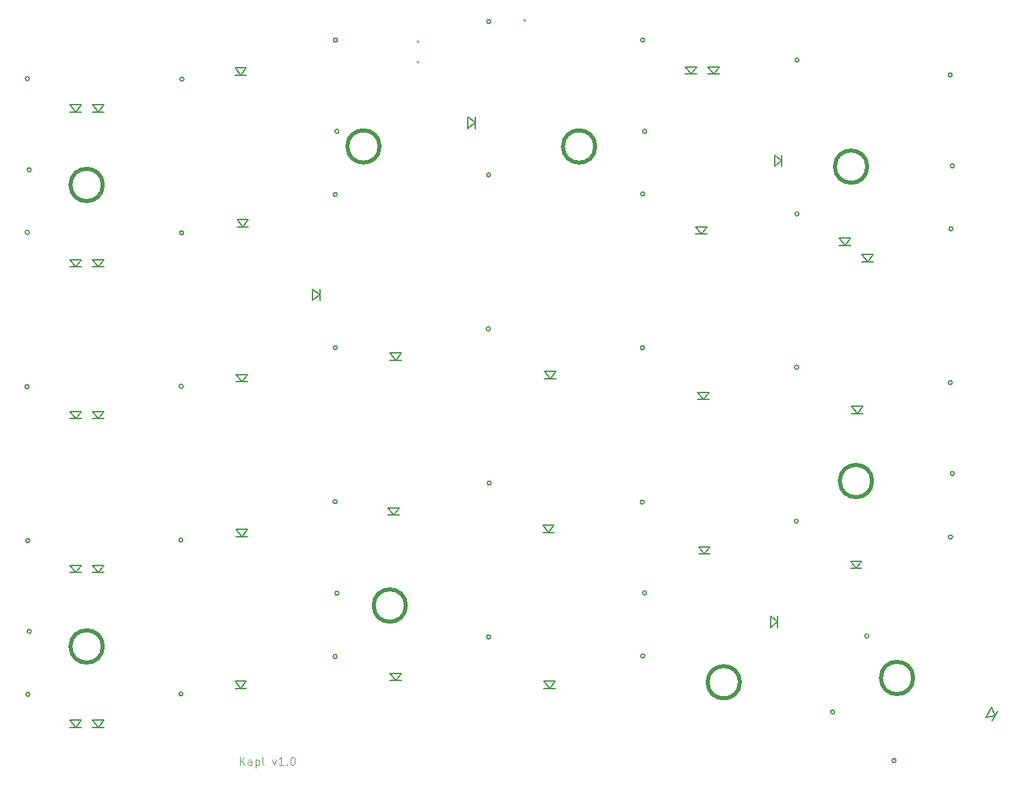
<source format=gto>
G04 #@! TF.GenerationSoftware,KiCad,Pcbnew,(5.1.10)-1*
G04 #@! TF.CreationDate,2022-02-03T22:34:05+03:00*
G04 #@! TF.ProjectId,Kapl,4b61706c-2e6b-4696-9361-645f70636258,rev?*
G04 #@! TF.SameCoordinates,Original*
G04 #@! TF.FileFunction,Legend,Top*
G04 #@! TF.FilePolarity,Positive*
%FSLAX46Y46*%
G04 Gerber Fmt 4.6, Leading zero omitted, Abs format (unit mm)*
G04 Created by KiCad (PCBNEW (5.1.10)-1) date 2022-02-03 22:34:05*
%MOMM*%
%LPD*%
G01*
G04 APERTURE LIST*
%ADD10C,0.125000*%
%ADD11C,0.150000*%
%ADD12C,0.500000*%
%ADD13C,0.120000*%
G04 APERTURE END LIST*
D10*
X103544945Y-132303780D02*
X103544945Y-131303780D01*
X104116373Y-132303780D02*
X103687802Y-131732352D01*
X104116373Y-131303780D02*
X103544945Y-131875209D01*
X104973516Y-132303780D02*
X104973516Y-131779971D01*
X104925897Y-131684733D01*
X104830659Y-131637114D01*
X104640183Y-131637114D01*
X104544945Y-131684733D01*
X104973516Y-132256161D02*
X104878278Y-132303780D01*
X104640183Y-132303780D01*
X104544945Y-132256161D01*
X104497326Y-132160923D01*
X104497326Y-132065685D01*
X104544945Y-131970447D01*
X104640183Y-131922828D01*
X104878278Y-131922828D01*
X104973516Y-131875209D01*
X105449707Y-131637114D02*
X105449707Y-132637114D01*
X105449707Y-131684733D02*
X105544945Y-131637114D01*
X105735421Y-131637114D01*
X105830659Y-131684733D01*
X105878278Y-131732352D01*
X105925897Y-131827590D01*
X105925897Y-132113304D01*
X105878278Y-132208542D01*
X105830659Y-132256161D01*
X105735421Y-132303780D01*
X105544945Y-132303780D01*
X105449707Y-132256161D01*
X106497326Y-132303780D02*
X106402088Y-132256161D01*
X106354469Y-132160923D01*
X106354469Y-131303780D01*
X107544945Y-131637114D02*
X107783040Y-132303780D01*
X108021135Y-131637114D01*
X108925897Y-132303780D02*
X108354469Y-132303780D01*
X108640183Y-132303780D02*
X108640183Y-131303780D01*
X108544945Y-131446638D01*
X108449707Y-131541876D01*
X108354469Y-131589495D01*
X109354469Y-132208542D02*
X109402088Y-132256161D01*
X109354469Y-132303780D01*
X109306850Y-132256161D01*
X109354469Y-132208542D01*
X109354469Y-132303780D01*
X110021135Y-131303780D02*
X110116373Y-131303780D01*
X110211611Y-131351400D01*
X110259230Y-131399019D01*
X110306850Y-131494257D01*
X110354469Y-131684733D01*
X110354469Y-131922828D01*
X110306850Y-132113304D01*
X110259230Y-132208542D01*
X110211611Y-132256161D01*
X110116373Y-132303780D01*
X110021135Y-132303780D01*
X109925897Y-132256161D01*
X109878278Y-132208542D01*
X109830659Y-132113304D01*
X109783040Y-131922828D01*
X109783040Y-131684733D01*
X109830659Y-131494257D01*
X109878278Y-131399019D01*
X109925897Y-131351400D01*
X110021135Y-131303780D01*
D11*
X132671200Y-53455800D02*
X132671200Y-52055800D01*
X131771200Y-52055800D02*
X132671200Y-52755800D01*
X131771200Y-53455800D02*
X131771200Y-52055800D01*
X132671200Y-52755800D02*
X131771200Y-53455800D01*
X196668404Y-126813518D02*
X197368404Y-125601082D01*
X196588981Y-125151082D02*
X197018404Y-126207300D01*
X195888981Y-126363518D02*
X196588981Y-125151082D01*
X197018404Y-126207300D02*
X195888981Y-126363518D01*
X170123000Y-115254000D02*
X170123000Y-113854000D01*
X169223000Y-113854000D02*
X170123000Y-114554000D01*
X169223000Y-115254000D02*
X169223000Y-113854000D01*
X170123000Y-114554000D02*
X169223000Y-115254000D01*
X141159000Y-122816000D02*
X142559000Y-122816000D01*
X142559000Y-121916000D02*
X141859000Y-122816000D01*
X141159000Y-121916000D02*
X142559000Y-121916000D01*
X141859000Y-122816000D02*
X141159000Y-121916000D01*
X122109000Y-121825400D02*
X123509000Y-121825400D01*
X123509000Y-120925400D02*
X122809000Y-121825400D01*
X122109000Y-120925400D02*
X123509000Y-120925400D01*
X122809000Y-121825400D02*
X122109000Y-120925400D01*
X102932000Y-122816000D02*
X104332000Y-122816000D01*
X104332000Y-121916000D02*
X103632000Y-122816000D01*
X102932000Y-121916000D02*
X104332000Y-121916000D01*
X103632000Y-122816000D02*
X102932000Y-121916000D01*
X85279000Y-127642000D02*
X86679000Y-127642000D01*
X86679000Y-126742000D02*
X85979000Y-127642000D01*
X85279000Y-126742000D02*
X86679000Y-126742000D01*
X85979000Y-127642000D02*
X85279000Y-126742000D01*
X82485000Y-127642000D02*
X83885000Y-127642000D01*
X83885000Y-126742000D02*
X83185000Y-127642000D01*
X82485000Y-126742000D02*
X83885000Y-126742000D01*
X83185000Y-127642000D02*
X82485000Y-126742000D01*
X179132000Y-107957000D02*
X180532000Y-107957000D01*
X180532000Y-107057000D02*
X179832000Y-107957000D01*
X179132000Y-107057000D02*
X180532000Y-107057000D01*
X179832000Y-107957000D02*
X179132000Y-107057000D01*
X160336000Y-106179000D02*
X161736000Y-106179000D01*
X161736000Y-105279000D02*
X161036000Y-106179000D01*
X160336000Y-105279000D02*
X161736000Y-105279000D01*
X161036000Y-106179000D02*
X160336000Y-105279000D01*
X141032000Y-103512000D02*
X142432000Y-103512000D01*
X142432000Y-102612000D02*
X141732000Y-103512000D01*
X141032000Y-102612000D02*
X142432000Y-102612000D01*
X141732000Y-103512000D02*
X141032000Y-102612000D01*
X121855000Y-101353000D02*
X123255000Y-101353000D01*
X123255000Y-100453000D02*
X122555000Y-101353000D01*
X121855000Y-100453000D02*
X123255000Y-100453000D01*
X122555000Y-101353000D02*
X121855000Y-100453000D01*
X103059000Y-104020000D02*
X104459000Y-104020000D01*
X104459000Y-103120000D02*
X103759000Y-104020000D01*
X103059000Y-103120000D02*
X104459000Y-103120000D01*
X103759000Y-104020000D02*
X103059000Y-103120000D01*
X85279000Y-108465000D02*
X86679000Y-108465000D01*
X86679000Y-107565000D02*
X85979000Y-108465000D01*
X85279000Y-107565000D02*
X86679000Y-107565000D01*
X85979000Y-108465000D02*
X85279000Y-107565000D01*
X82485000Y-108465000D02*
X83885000Y-108465000D01*
X83885000Y-107565000D02*
X83185000Y-108465000D01*
X82485000Y-107565000D02*
X83885000Y-107565000D01*
X83185000Y-108465000D02*
X82485000Y-107565000D01*
X179259000Y-88780000D02*
X180659000Y-88780000D01*
X180659000Y-87880000D02*
X179959000Y-88780000D01*
X179259000Y-87880000D02*
X180659000Y-87880000D01*
X179959000Y-88780000D02*
X179259000Y-87880000D01*
X160209000Y-87032300D02*
X161609000Y-87032300D01*
X161609000Y-86132300D02*
X160909000Y-87032300D01*
X160209000Y-86132300D02*
X161609000Y-86132300D01*
X160909000Y-87032300D02*
X160209000Y-86132300D01*
X141238000Y-84462000D02*
X142638000Y-84462000D01*
X142638000Y-83562000D02*
X141938000Y-84462000D01*
X141238000Y-83562000D02*
X142638000Y-83562000D01*
X141938000Y-84462000D02*
X141238000Y-83562000D01*
X122109000Y-82176000D02*
X123509000Y-82176000D01*
X123509000Y-81276000D02*
X122809000Y-82176000D01*
X122109000Y-81276000D02*
X123509000Y-81276000D01*
X122809000Y-82176000D02*
X122109000Y-81276000D01*
X103059000Y-84843000D02*
X104459000Y-84843000D01*
X104459000Y-83943000D02*
X103759000Y-84843000D01*
X103059000Y-83943000D02*
X104459000Y-83943000D01*
X103759000Y-84843000D02*
X103059000Y-83943000D01*
X85279000Y-89415000D02*
X86679000Y-89415000D01*
X86679000Y-88515000D02*
X85979000Y-89415000D01*
X85279000Y-88515000D02*
X86679000Y-88515000D01*
X85979000Y-89415000D02*
X85279000Y-88515000D01*
X82485000Y-89415000D02*
X83885000Y-89415000D01*
X83885000Y-88515000D02*
X83185000Y-89415000D01*
X82485000Y-88515000D02*
X83885000Y-88515000D01*
X83185000Y-89415000D02*
X82485000Y-88515000D01*
X180529000Y-69984000D02*
X181929000Y-69984000D01*
X181929000Y-69084000D02*
X181229000Y-69984000D01*
X180529000Y-69084000D02*
X181929000Y-69084000D01*
X181229000Y-69984000D02*
X180529000Y-69084000D01*
X177735000Y-67952000D02*
X179135000Y-67952000D01*
X179135000Y-67052000D02*
X178435000Y-67952000D01*
X177735000Y-67052000D02*
X179135000Y-67052000D01*
X178435000Y-67952000D02*
X177735000Y-67052000D01*
X159955000Y-66555000D02*
X161355000Y-66555000D01*
X161355000Y-65655000D02*
X160655000Y-66555000D01*
X159955000Y-65655000D02*
X161355000Y-65655000D01*
X160655000Y-66555000D02*
X159955000Y-65655000D01*
X113443400Y-74766400D02*
X113443400Y-73366400D01*
X112543400Y-73366400D02*
X113443400Y-74066400D01*
X112543400Y-74766400D02*
X112543400Y-73366400D01*
X113443400Y-74066400D02*
X112543400Y-74766400D01*
X103186000Y-65666000D02*
X104586000Y-65666000D01*
X104586000Y-64766000D02*
X103886000Y-65666000D01*
X103186000Y-64766000D02*
X104586000Y-64766000D01*
X103886000Y-65666000D02*
X103186000Y-64766000D01*
X85281540Y-70619000D02*
X86681540Y-70619000D01*
X86681540Y-69719000D02*
X85981540Y-70619000D01*
X85281540Y-69719000D02*
X86681540Y-69719000D01*
X85981540Y-70619000D02*
X85281540Y-69719000D01*
X82485000Y-70619000D02*
X83885000Y-70619000D01*
X83885000Y-69719000D02*
X83185000Y-70619000D01*
X82485000Y-69719000D02*
X83885000Y-69719000D01*
X83185000Y-70619000D02*
X82485000Y-69719000D01*
X170618800Y-58177660D02*
X170618800Y-56777660D01*
X169718800Y-56777660D02*
X170618800Y-57477660D01*
X169718800Y-58177660D02*
X169718800Y-56777660D01*
X170618800Y-57477660D02*
X169718800Y-58177660D01*
X161479000Y-46743000D02*
X162879000Y-46743000D01*
X162879000Y-45843000D02*
X162179000Y-46743000D01*
X161479000Y-45843000D02*
X162879000Y-45843000D01*
X162179000Y-46743000D02*
X161479000Y-45843000D01*
X158685000Y-46743000D02*
X160085000Y-46743000D01*
X160085000Y-45843000D02*
X159385000Y-46743000D01*
X158685000Y-45843000D02*
X160085000Y-45843000D01*
X159385000Y-46743000D02*
X158685000Y-45843000D01*
X102932000Y-46870000D02*
X104332000Y-46870000D01*
X104332000Y-45970000D02*
X103632000Y-46870000D01*
X102932000Y-45970000D02*
X104332000Y-45970000D01*
X103632000Y-46870000D02*
X102932000Y-45970000D01*
X85279000Y-51442000D02*
X86679000Y-51442000D01*
X86679000Y-50542000D02*
X85979000Y-51442000D01*
X85279000Y-50542000D02*
X86679000Y-50542000D01*
X85979000Y-51442000D02*
X85279000Y-50542000D01*
X82485000Y-51442000D02*
X83885000Y-51442000D01*
X83885000Y-50542000D02*
X83185000Y-51442000D01*
X82485000Y-50542000D02*
X83885000Y-50542000D01*
X83185000Y-51442000D02*
X82485000Y-50542000D01*
D12*
X186889870Y-121516693D02*
G75*
G03*
X186889870Y-121516693I-2000000J0D01*
G01*
X86548800Y-117616950D02*
G75*
G03*
X86548800Y-117616950I-2000000J0D01*
G01*
X181193531Y-58205103D02*
G75*
G03*
X181193531Y-58205103I-2000000J0D01*
G01*
X165429739Y-122049778D02*
G75*
G03*
X165429739Y-122049778I-2000000J0D01*
G01*
X147523875Y-55705150D02*
G75*
G03*
X147523875Y-55705150I-2000000J0D01*
G01*
X181798850Y-97138600D02*
G75*
G03*
X181798850Y-97138600I-2000000J0D01*
G01*
X120823525Y-55705150D02*
G75*
G03*
X120823525Y-55705150I-2000000J0D01*
G01*
X124082243Y-112556162D02*
G75*
G03*
X124082243Y-112556162I-2000000J0D01*
G01*
X86548800Y-60466950D02*
G75*
G03*
X86548800Y-60466950I-2000000J0D01*
G01*
D13*
X125722225Y-42722800D02*
G75*
G03*
X125722225Y-42722800I-152400J0D01*
G01*
X125722225Y-45262800D02*
G75*
G03*
X125722225Y-45262800I-152400J0D01*
G01*
X138930225Y-40081200D02*
G75*
G03*
X138930225Y-40081200I-152400J0D01*
G01*
D11*
X184761139Y-131748349D02*
G75*
G03*
X184761139Y-131748349I-250000J0D01*
G01*
X177159949Y-125718461D02*
G75*
G03*
X177159949Y-125718461I-250000J0D01*
G01*
X153656200Y-118794000D02*
G75*
G03*
X153656200Y-118794000I-250000J0D01*
G01*
X134572200Y-116443000D02*
G75*
G03*
X134572200Y-116443000I-250000J0D01*
G01*
X115556200Y-118859000D02*
G75*
G03*
X115556200Y-118859000I-250000J0D01*
G01*
X96472200Y-123493000D02*
G75*
G03*
X96472200Y-123493000I-250000J0D01*
G01*
X77515200Y-123555000D02*
G75*
G03*
X77515200Y-123555000I-250000J0D01*
G01*
X191756200Y-104065000D02*
G75*
G03*
X191756200Y-104065000I-250000J0D01*
G01*
X172672200Y-102095000D02*
G75*
G03*
X172672200Y-102095000I-250000J0D01*
G01*
X153588200Y-99744000D02*
G75*
G03*
X153588200Y-99744000I-250000J0D01*
G01*
X134631200Y-97393000D02*
G75*
G03*
X134631200Y-97393000I-250000J0D01*
G01*
X115556200Y-99685000D02*
G75*
G03*
X115556200Y-99685000I-250000J0D01*
G01*
X96472200Y-104446000D02*
G75*
G03*
X96472200Y-104446000I-250000J0D01*
G01*
X77515200Y-104508000D02*
G75*
G03*
X77515200Y-104508000I-250000J0D01*
G01*
X191730400Y-84935800D02*
G75*
G03*
X191730400Y-84935800I-250000J0D01*
G01*
X172697200Y-83042000D02*
G75*
G03*
X172697200Y-83042000I-250000J0D01*
G01*
X153622200Y-80635000D02*
G75*
G03*
X153622200Y-80635000I-250000J0D01*
G01*
X134538200Y-78284000D02*
G75*
G03*
X134538200Y-78284000I-250000J0D01*
G01*
X115581200Y-80632000D02*
G75*
G03*
X115581200Y-80632000I-250000J0D01*
G01*
X96497200Y-85393000D02*
G75*
G03*
X96497200Y-85393000I-250000J0D01*
G01*
X77413200Y-85455000D02*
G75*
G03*
X77413200Y-85455000I-250000J0D01*
G01*
X191815200Y-65903000D02*
G75*
G03*
X191815200Y-65903000I-250000J0D01*
G01*
X172731200Y-64060000D02*
G75*
G03*
X172731200Y-64060000I-250000J0D01*
G01*
X153647200Y-61582000D02*
G75*
G03*
X153647200Y-61582000I-250000J0D01*
G01*
X134563200Y-59231000D02*
G75*
G03*
X134563200Y-59231000I-250000J0D01*
G01*
X115582376Y-61653655D02*
G75*
G03*
X115582376Y-61653655I-250000J0D01*
G01*
X96556200Y-66411000D02*
G75*
G03*
X96556200Y-66411000I-250000J0D01*
G01*
X77447200Y-66346000D02*
G75*
G03*
X77447200Y-66346000I-250000J0D01*
G01*
X191713200Y-46850000D02*
G75*
G03*
X191713200Y-46850000I-250000J0D01*
G01*
X172756200Y-45007000D02*
G75*
G03*
X172756200Y-45007000I-250000J0D01*
G01*
X153647200Y-42535000D02*
G75*
G03*
X153647200Y-42535000I-250000J0D01*
G01*
X134588600Y-40234800D02*
G75*
G03*
X134588600Y-40234800I-250000J0D01*
G01*
X115606200Y-42532000D02*
G75*
G03*
X115606200Y-42532000I-250000J0D01*
G01*
X96590200Y-47361000D02*
G75*
G03*
X96590200Y-47361000I-250000J0D01*
G01*
X77455400Y-47304200D02*
G75*
G03*
X77455400Y-47304200I-250000J0D01*
G01*
X153886700Y-110975550D02*
G75*
G03*
X153886700Y-110975550I-250000J0D01*
G01*
X115786700Y-111023000D02*
G75*
G03*
X115786700Y-111023000I-250000J0D01*
G01*
X77686775Y-115737350D02*
G75*
G03*
X77686775Y-115737350I-250000J0D01*
G01*
X77686775Y-58587350D02*
G75*
G03*
X77686775Y-58587350I-250000J0D01*
G01*
X115786700Y-53825550D02*
G75*
G03*
X115786700Y-53825550I-250000J0D01*
G01*
X153886700Y-53825550D02*
G75*
G03*
X153886700Y-53825550I-250000J0D01*
G01*
X191985883Y-58111300D02*
G75*
G03*
X191985883Y-58111300I-250000J0D01*
G01*
X191986850Y-96211300D02*
G75*
G03*
X191986850Y-96211300I-250000J0D01*
G01*
X181387484Y-116316183D02*
G75*
G03*
X181387484Y-116316183I-250000J0D01*
G01*
M02*

</source>
